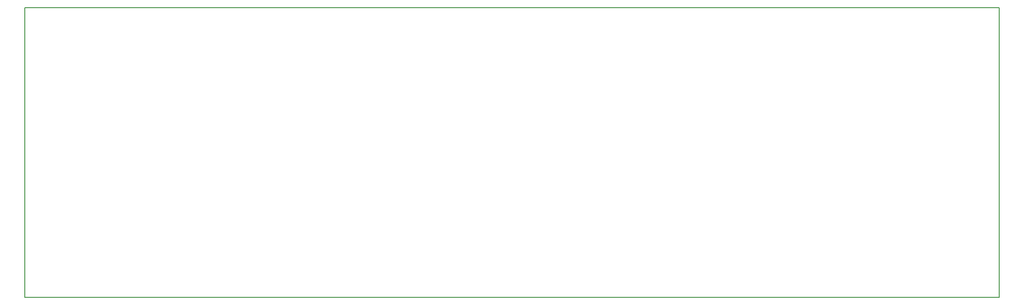
<source format=gbr>
G04 #@! TF.GenerationSoftware,KiCad,Pcbnew,(5.0.2)-1*
G04 #@! TF.CreationDate,2019-03-22T14:40:18+01:00*
G04 #@! TF.ProjectId,NixieClock01A,4e697869-6543-46c6-9f63-6b3031412e6b,rev?*
G04 #@! TF.SameCoordinates,Original*
G04 #@! TF.FileFunction,Profile,NP*
%FSLAX46Y46*%
G04 Gerber Fmt 4.6, Leading zero omitted, Abs format (unit mm)*
G04 Created by KiCad (PCBNEW (5.0.2)-1) date 03/22/19 14:40:18*
%MOMM*%
%LPD*%
G01*
G04 APERTURE LIST*
%ADD10C,0.150000*%
%ADD11C,0.200000*%
G04 APERTURE END LIST*
D10*
X58000000Y-158400000D02*
X58000000Y-104000000D01*
D11*
X241000000Y-158400000D02*
X58000000Y-158400000D01*
X241000000Y-104000000D02*
X241000000Y-158400000D01*
X58000000Y-104000000D02*
X241000000Y-104000000D01*
M02*

</source>
